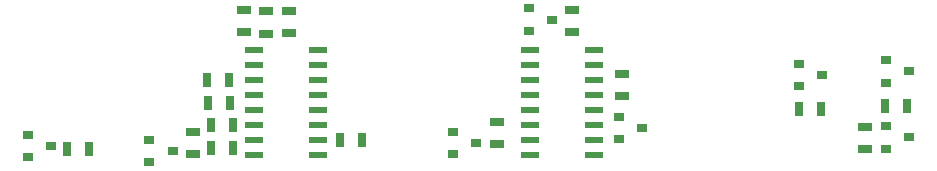
<source format=gbp>
%TF.GenerationSoftware,KiCad,Pcbnew,(5.1.12)-1*%
%TF.CreationDate,2021-11-29T00:24:33+03:00*%
%TF.ProjectId,lepetocontrol,6c657065-746f-4636-9f6e-74726f6c2e6b,rev?*%
%TF.SameCoordinates,Original*%
%TF.FileFunction,Paste,Bot*%
%TF.FilePolarity,Positive*%
%FSLAX46Y46*%
G04 Gerber Fmt 4.6, Leading zero omitted, Abs format (unit mm)*
G04 Created by KiCad (PCBNEW (5.1.12)-1) date 2021-11-29 00:24:33*
%MOMM*%
%LPD*%
G01*
G04 APERTURE LIST*
%ADD10R,0.700000X1.300000*%
%ADD11R,1.300000X0.700000*%
%ADD12R,1.500000X0.600000*%
%ADD13R,0.900000X0.800000*%
G04 APERTURE END LIST*
D10*
X184772000Y-39465000D03*
X182872000Y-39465000D03*
D11*
X197858000Y-29559000D03*
X197858000Y-27659000D03*
X199763000Y-29681000D03*
X199763000Y-27781000D03*
D10*
X196649000Y-33623000D03*
X194749000Y-33623000D03*
D11*
X201668000Y-29620000D03*
X201668000Y-27720000D03*
D10*
X196710000Y-35528000D03*
X194810000Y-35528000D03*
X196972000Y-37433000D03*
X195072000Y-37433000D03*
X196972000Y-39338000D03*
X195072000Y-39338000D03*
X205991001Y-38703000D03*
X207891001Y-38703000D03*
D12*
X204147000Y-39973000D03*
X204147000Y-38703000D03*
X204147000Y-37433000D03*
X204147000Y-36163000D03*
X204147000Y-34893000D03*
X204147000Y-33623000D03*
X204147000Y-32353000D03*
X204147000Y-31083000D03*
X198747000Y-31083000D03*
X198747000Y-32353000D03*
X198747000Y-33623000D03*
X198747000Y-34893000D03*
X198747000Y-36163000D03*
X198747000Y-37433000D03*
X198747000Y-38703000D03*
X198747000Y-39973000D03*
X227515000Y-39973000D03*
X227515000Y-38703000D03*
X227515000Y-37433000D03*
X227515000Y-36163000D03*
X227515000Y-34893000D03*
X227515000Y-33623000D03*
X227515000Y-32353000D03*
X227515000Y-31083000D03*
X222115000Y-31083000D03*
X222115000Y-32353000D03*
X222115000Y-33623000D03*
X222115000Y-34893000D03*
X222115000Y-36163000D03*
X222115000Y-37433000D03*
X222115000Y-38703000D03*
X222115000Y-39973000D03*
D11*
X250436000Y-37565001D03*
X250436000Y-39465001D03*
D10*
X252153000Y-35782000D03*
X254053000Y-35782000D03*
X244853001Y-36036000D03*
X246753001Y-36036000D03*
D11*
X229862000Y-33054000D03*
X229862000Y-34954000D03*
X225671000Y-29559001D03*
X225671000Y-27659001D03*
X219321000Y-39018000D03*
X219321000Y-37118000D03*
X193548000Y-39846000D03*
X193548000Y-37946000D03*
D13*
X254230000Y-38449000D03*
X252230000Y-37499000D03*
X252230000Y-39399000D03*
X254230000Y-32861000D03*
X252230000Y-31911000D03*
X252230000Y-33811000D03*
X246848000Y-33176000D03*
X244848000Y-32226000D03*
X244848000Y-34126000D03*
X231608000Y-37626000D03*
X229608000Y-36676000D03*
X229608000Y-38576000D03*
X223988000Y-28477000D03*
X221988000Y-27527000D03*
X221988000Y-29427000D03*
X217543000Y-38896000D03*
X215543000Y-37946000D03*
X215543000Y-39846000D03*
X191881000Y-39592000D03*
X189881000Y-38642000D03*
X189881000Y-40542000D03*
X181570000Y-39150000D03*
X179570000Y-38200000D03*
X179570000Y-40100000D03*
M02*

</source>
